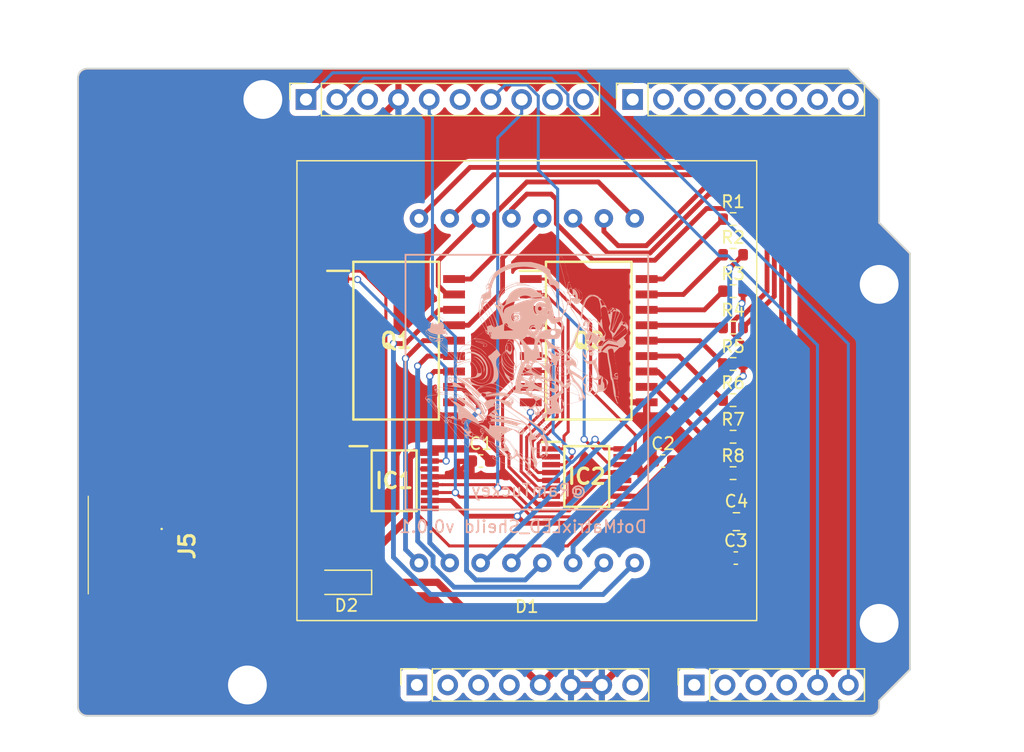
<source format=kicad_pcb>
(kicad_pcb (version 20221018) (generator pcbnew)
  (title_block (date "mar. 31 mars 2015"))
  (layers (0 "F.Cu" signal) (31 "B.Cu" signal) (34 "B.Paste" user) (35 "F.Paste" user) (36 "B.SilkS" user "B.Silkscreen") (37 "F.SilkS" user "F.Silkscreen") (38 "B.Mask" user) (39 "F.Mask" user) (44 "Edge.Cuts" user))
  (net 0 "")
  (net 1 "GND")
  (net 3 "+5V")
  (net 4 "/IOREF")
  (net 5 "/A0")
  (net 6 "/A1")
  (net 7 "/A2")
  (net 8 "/A3")
  (net 9 "/SDA{slash}A4")
  (net 10 "/SCL{slash}A5")
  (net 11 "/13")
  (net 12 "/12")
  (net 13 "/AREF")
  (net 14 "/8")
  (net 15 "/7")
  (net 16 "/*11")
  (net 17 "/*10")
  (net 18 "/*9")
  (net 19 "/4")
  (net 20 "/2")
  (net 21 "/*6")
  (net 22 "/*5")
  (net 23 "/TX{slash}1")
  (net 24 "/*3")
  (net 25 "/RX{slash}0")
  (net 26 "+3V3")
  (net 27 "VCC")
  (net 28 "/~{RESET}")
  (net 29 "Net-(IC1-Q1)")
  (net 30 "Net-(IC1-Q2)")
  (net 31 "Net-(IC1-Q3)")
  (net 32 "Net-(IC1-Q4)")
  (net 33 "Net-(IC1-Q5)")
  (net 34 "Net-(IC1-Q6)")
  (net 35 "Net-(IC1-Q7)")
  (net 37 "/Cascade")
  (net 38 "Net-(IC1-Q0)")
  (net 39 "Net-(IC2-Q1)")
  (net 40 "Net-(IC2-Q2)")
  (net 41 "Net-(IC2-Q3)")
  (net 42 "Net-(IC2-Q4)")
  (net 43 "Net-(IC2-Q5)")
  (net 44 "Net-(IC2-Q6)")
  (net 45 "Net-(IC2-Q7)")
  (net 46 "Net-(IC2-Q0)")
  (net 48 "Net-(D1-K8)")
  (net 49 "Net-(D1-K7)")
  (net 50 "Net-(D1-K6)")
  (net 51 "Net-(D1-K5)")
  (net 52 "Net-(D1-K4)")
  (net 53 "Net-(D1-K3)")
  (net 54 "Net-(D1-K2)")
  (net 55 "Net-(D1-K1)")
  (net 56 "Net-(Q2-O8)")
  (net 57 "Net-(Q2-O7)")
  (net 58 "Net-(Q2-O6)")
  (net 59 "Net-(Q2-O5)")
  (net 60 "Net-(Q2-O4)")
  (net 61 "Net-(Q2-O3)")
  (net 62 "Net-(Q2-O2)")
  (net 63 "Net-(Q2-O1)")
  (net 64 "Net-(D1-A2)")
  (net 65 "Net-(D1-A3)")
  (net 66 "Net-(D1-A5)")
  (net 67 "Net-(D1-A4)")
  (net 68 "Net-(D1-A6)")
  (net 69 "Net-(D1-A1)")
  (net 70 "Net-(D1-A7)")
  (net 71 "Net-(D1-A8)")
  (net 72 "Net-(D2-A)")
  (footprint "Connector_PinSocket_2.54mm:PinSocket_1x08_P2.54mm_Vertical" (layer "F.Cu") (at 127.94 97.46 90)
    (fp_text reference "J1" hide)
    (fp_text value "Power")
  )
  (footprint "Connector_PinSocket_2.54mm:PinSocket_1x06_P2.54mm_Vertical" (layer "F.Cu") (at 150.8 97.46 90)
    (fp_text reference "J3" hide)
    (fp_text value "Analog")
  )
  (footprint "Connector_PinSocket_2.54mm:PinSocket_1x10_P2.54mm_Vertical" (layer "F.Cu") (at 118.796 49.2 90)
    (fp_text reference "J2" hide)
    (fp_text value "Digital/PWM")
  )
  (footprint "Connector_PinSocket_2.54mm:PinSocket_1x08_P2.54mm_Vertical" (layer "F.Cu") (at 145.72 49.2 90)
    (fp_text reference "J4" hide)
    (fp_text value "Digital/PWM")
  )
  (footprint "Resistor_SMD:R_0603_1608Metric" (layer "F.Cu") (at 154 71)
    (fp_text reference "R5")
    (fp_text value "330")
  )
  (footprint "SamacSys_Parts:SOP65P640X108-16N" (layer "F.Cu") (at 141.938 80.275)
    (fp_text reference "IC2")
    (fp_text value "74HC595T16-13" hide)
  )
  (footprint "Resistor_SMD:R_0603_1608Metric" (layer "F.Cu") (at 154 80)
    (fp_text reference "R8")
    (fp_text value "330")
  )
  (footprint "Resistor_SMD:R_0603_1608Metric" (layer "F.Cu") (at 154 77)
    (fp_text reference "R7")
    (fp_text value "330")
  )
  (footprint "Capacitor_SMD:C_0603_1608Metric" (layer "F.Cu") (at 148.225 79)
    (fp_text reference "C2")
    (fp_text value "0.1u")
  )
  (footprint "myparts:OSL641501-AX" (layer "F.Cu") (at 137 73.2)
    (fp_text reference "D1")
    (fp_text value "OSL6451501-AX")
  )
  (footprint "Arduino_MountingHole:MountingHole_3.2mm" (layer "F.Cu") (at 115.24 49.2)
    (fp_text reference "MH1" hide)
    (fp_text value "MountingHole_3.2mm" hide)
  )
  (footprint "SamacSys_Parts:SOIC127P1030X245-18N" (layer "F.Cu") (at 142.101 69.08)
    (fp_text reference "Q2")
    (fp_text value "TBD62783AFG,EL" hide)
  )
  (footprint "Capacitor_SMD:C_0603_1608Metric" (layer "F.Cu") (at 133.225 79)
    (fp_text reference "C1")
    (fp_text value "0.1u")
  )
  (footprint "Capacitor_SMD:C_0805_2012Metric" (layer "F.Cu") (at 154.275 84)
    (fp_text reference "C4")
    (fp_text value "10u")
  )
  (footprint "Resistor_SMD:R_0603_1608Metric" (layer "F.Cu") (at 154 73.98)
    (fp_text reference "R6")
    (fp_text value "330")
  )
  (footprint "Diode_SMD:D_SOD-123F" (layer "F.Cu") (at 122 89 180)
    (fp_text reference "D2")
    (fp_text value "SS2040FL")
  )
  (footprint "SamacSys_Parts:SOIC127P1030X245-18N" (layer "F.Cu") (at 126.225 69.08)
    (fp_text reference "Q1")
    (fp_text value "TBD62083AFG,EL" hide)
  )
  (footprint "SamacSys_Parts:SOP65P640X108-16N" (layer "F.Cu") (at 126.062 80.625)
    (fp_text reference "IC1")
    (fp_text value "74HC595T16-13" hide)
  )
  (footprint "Resistor_SMD:R_0603_1608Metric" (layer "F.Cu") (at 154 59.06)
    (fp_text reference "R1")
    (fp_text value "330")
  )
  (footprint "Resistor_SMD:R_0603_1608Metric" (layer "F.Cu") (at 154 65)
    (fp_text reference "R3")
    (fp_text value "330")
  )
  (footprint "Capacitor_SMD:C_0603_1608Metric" (layer "F.Cu") (at 154.225 87)
    (fp_text reference "C3")
    (fp_text value "0.1u")
  )
  (footprint "Arduino_MountingHole:MountingHole_3.2mm" (layer "F.Cu") (at 113.97 97.46)
    (fp_text reference "MH2" hide)
    (fp_text value "MountingHole_3.2mm" hide)
  )
  (footprint "Resistor_SMD:R_0603_1608Metric" (layer "F.Cu") (at 154 68)
    (fp_text reference "R4")
    (fp_text value "330")
  )
  (footprint "Arduino_MountingHole:MountingHole_3.2mm" (layer "F.Cu") (at 166.04 64.44)
    (fp_text reference "MH3" hide)
    (fp_text value "MountingHole_3.2mm" hide)
  )
  (footprint "Resistor_SMD:R_0603_1608Metric" (layer "F.Cu") (at 154 62)
    (fp_text reference "R2")
    (fp_text value "330")
  )
  (footprint "Arduino_MountingHole:MountingHole_3.2mm" (layer "F.Cu") (at 166.04 92.38)
    (fp_text reference "MH4" hide)
    (fp_text value "MountingHole_3.2mm" hide)
  )
  (footprint "SamacSys_Parts:ZX62B5PA33" (layer "F.Cu") (at 103.35 85.9 -90)
    (fp_text reference "J5")
    (fp_text value "ZX62-B-5PA_33_" hide)
  )
  (footprint "logo:logo_20mm" (layer "B.Cu") (at 137 71 180)
    (fp_text reference "G***" hide)
    (fp_text value "LOGO" hide)
  )
  (gr_rect (start 127 62) (end 147 83) (stroke (width 0.15)) (fill none) (layer "B.SilkS"))
  (gr_line (start 166.04 59.36) (end 168.58 61.9) (stroke (width 0.15)) (layer "Edge.Cuts"))
  (gr_line (start 100 99.238) (end 100 47.422) (stroke (width 0.15)) (layer "Edge.Cuts"))
  (gr_line (start 168.58 61.9) (end 168.58 96.19) (stroke (width 0.15)) (layer "Edge.Cuts"))
  (gr_line (start 165.278 100) (end 100.762 100) (stroke (width 0.15)) (layer "Edge.Cuts"))
  (gr_line (start 100.762 46.66) (end 163.5 46.66) (stroke (width 0.15)) (layer "Edge.Cuts"))
  (gr_arc (start 100.762 100) (mid 100.223185 99.776815) (end 100 99.238) (stroke (width 0.15)) (layer "Edge.Cuts"))
  (gr_line (start 168.58 96.19) (end 166.04 98.73) (stroke (width 0.15)) (layer "Edge.Cuts"))
  (gr_line (start 163.5 46.66) (end 166.04 49.2) (stroke (width 0.15)) (layer "Edge.Cuts"))
  (gr_arc (start 166.04 99.238) (mid 165.816815 99.776815) (end 165.278 100) (stroke (width 0.15)) (layer "Edge.Cuts"))
  (gr_line (start 166.04 49.2) (end 166.04 59.36) (stroke (width 0.15)) (layer "Edge.Cuts"))
  (gr_line (start 166.04 98.73) (end 166.04 99.238) (stroke (width 0.15)) (layer "Edge.Cuts"))
  (gr_arc (start 100 47.422) (mid 100.223185 46.883185) (end 100.762 46.66) (stroke (width 0.15)) (layer "Edge.Cuts"))
  (gr_text "@RamTuckey" (at 142 82) (layer "B.SilkS") (effects (font (size 1 1)) (justify left bottom mirror)))
  (gr_text "DotMatrixLED_Sheild v0.0.1" (at 147 85) (layer "B.SilkS") (effects (font (size 1 1)) (justify left bottom mirror)))
  (segment (start 118 85) (end 116 83) (width 0.4) (layer "F.Cu") (net 1))
  (segment (start 123.124 82.9) (end 124.2615 82.9) (width 0.4) (layer "F.Cu") (net 1))
  (segment (start 131 80.3) (end 135.594738 80.3) (width 0.4) (layer "F.Cu") (net 1))
  (segment (start 137.844738 82.55) (end 139 82.55) (width 0.4) (layer "F.Cu") (net 1))
  (segment (start 146.876 75) (end 146.876 78.426) (width 0.6) (layer "F.Cu") (net 1))
  (segment (start 152.475305 80.975) (end 146.876 75.375695) (width 0.6) (layer "F.Cu") (net 1))
  (segment (start 153.45 87.19) (end 153.45 87) (width 0.6) (layer "F.Cu") (net 1))
  (segment (start 144.876 79.95) (end 142.7125 79.95) (width 0.4) (layer "F.Cu") (net 1))
  (segment (start 140.1125 82.55) (end 139 82.55) (width 0.4) (layer "F.Cu") (net 1))
  (segment (start 146.5 79.95) (end 144.876 79.95) (width 0.4) (layer "F.Cu") (net 1))
  (segment (start 116.1 82.9) (end 123.124 82.9) (width 0.4) (layer "F.Cu") (net 1))
  (segment (start 146.876 75) (end 146.876 74.16) (width 0.6) (layer "F.Cu") (net 1))
  (segment (start 147.45 79) (end 146.5 79.95) (width 0.4) (layer "F.Cu") (net 1))
  (segment (start 156.18 88.82) (end 157 88) (width 0.6) (layer "F.Cu") (net 1))
  (segment (start 132.358883 76) (end 135 78.641117) (width 0.4) (layer "F.Cu") (net 1))
  (segment (start 132.45 79) (end 132.3 79) (width 0.4) (layer "F.Cu") (net 1))
  (segment (start 135 79.705262) (end 135.594738 80.3) (width 0.4) (layer "F.Cu") (net 1))
  (segment (start 154.975 80.975) (end 152.475305 80.975) (width 0.6) (layer "F.Cu") (net 1))
  (segment (start 157 88) (end 157 83) (width 0.6) (layer "F.Cu") (net 1))
  (segment (start 105.675 87.2) (end 106.4 87.2) (width 0.4) (layer "F.Cu") (net 1))
  (segment (start 120 85) (end 118 85) (width 0.4) (layer "F.Cu") (net 1))
  (segment (start 122 87) (end 120 85) (width 0.4) (layer "F.Cu") (net 1))
  (segment (start 116 83) (end 116 79.61) (width 0.6) (layer "F.Cu") (net 1))
  (segment (start 153.45 84.125) (end 153.325 84) (width 0.6) (layer "F.Cu") (net 1))
  (segment (start 151.82 88.82) (end 156.18 88.82) (width 0.6) (layer "F.Cu") (net 1))
  (segment (start 106.4 87.2) (end 112.2 93) (width 0.4) (layer "F.Cu") (net 1))
  (segment (start 153.4496 87) (end 153.325 86.8754) (width 0.25) (layer "F.Cu") (net 1))
  (segment (start 143.18 97.46) (end 151.82 88.82) (width 0.6) (layer "F.Cu") (net 1))
  (segment (start 126 78) (end 128 76) (width 0.4) (layer "F.Cu") (net 1))
  (segment (start 146.876 78.426) (end 147.45 79) (width 0.6) (layer "F.Cu") (net 1))
  (segment (start 153.45 87) (end 153.4496 87) (width 0.25) (layer "F.Cu") (net 1))
  (segment (start 124.2615 82.9) (end 126 81.1615) (width 0.4) (layer "F.Cu") (net 1))
  (segment (start 126 81.1615) (end 126 78) (width 0.4) (layer "F.Cu") (net 1))
  (segment (start 143.18 97.46) (end 143.18 96.8723) (width 0.25) (layer "F.Cu") (net 1))
  (segment (start 116 79.61) (end 121.45 74.16) (width 0.6) (layer "F.Cu") (net 1))
  (segment (start 153.45 87) (end 153.45 84.125) (width 0.6) (layer "F.Cu") (net 1))
  (segment (start 129 80.3) (end 131 80.3) (width 0.4) (layer "F.Cu") (net 1))
  (segment (start 151.82 88.82) (end 153.45 87.19) (width 0.6) (layer "F.Cu") (net 1))
  (segment (start 126.416 49.2) (end 116 59.616) (width 0.6) (layer "F.Cu") (net 1))
  (segment (start 157 83) (end 154.975 80.975) (width 0.6) (layer "F.Cu") (net 1))
  (segment (start 116 59.616) (end 116 79.61) (width 0.6) (layer "F.Cu") (net 1))
  (segment (start 116 83) (end 116.1 82.9) (width 0.4) (layer "F.Cu") (net 1))
  (segment (start 112.2 93) (end 122 93) (width 0.4) (layer "F.Cu") (net 1))
  (segment (start 142.7125 79.95) (end 140.1125 82.55) (width 0.4) (layer "F.Cu") (net 1))
  (segment (start 135.594738 80.3) (end 137.844738 82.55) (width 0.4) (layer "F.Cu") (net 1))
  (segment (start 128 76) (end 132.358883 76) (width 0.4) (layer "F.Cu") (net 1))
  (segment (start 140.64 97.46) (end 143.18 97.46) (width 0.6) (layer "F.Cu") (net 1))
  (segment (start 132.3 79) (end 131 80.3) (width 0.4) (layer "F.Cu") (net 1))
  (segment (start 122 93) (end 122 87) (width 0.4) (layer "F.Cu") (net 1))
  (segment (start 146.876 75.375695) (end 146.876 75) (width 0.6) (layer "F.Cu") (net 1))
  (segment (start 135 78.641117) (end 135 79.705262) (width 0.4) (layer "F.Cu") (net 1))
  (segment (start 152 82) (end 154 82) (width 0.6) (layer "F.Cu") (net 3))
  (segment (start 155.225 83.225) (end 155.225 84) (width 0.6) (layer "F.Cu") (net 3))
  (segment (start 122.896783 88.496783) (end 122.896783 88) (width 0.6) (layer "F.Cu") (net 3))
  (segment (start 143.4073 78) (end 142.6213 77.214) (width 0.25) (layer "F.Cu") (net 3))
  (segment (start 127.3122 83.584583) (end 127.3122 78.7253) (width 0.6) (layer "F.Cu") (net 3))
  (segment (start 129.64 89) (end 123.4 89) (width 0.6) (layer "F.Cu") (net 3))
  (segment (start 129.275 78) (end 133 78) (width 0.6) (layer "F.Cu") (net 3))
  (segment (start 129 78.275) (end 129.275 78) (width 0.6) (layer "F.Cu") (net 3))
  (segment (start 127.3122 78.7253) (end 127.7625 78.275) (width 0.6) (layer "F.Cu") (net 3))
  (segment (start 141.493438 84.1273) (end 143.720738 81.9) (width 0.4) (layer "F.Cu") (net 3))
  (segment (start 123.4 89) (end 122.896783 88.496783) (width 0.6) (layer "F.Cu") (net 3))
  (segment (start 143.720738 81.9) (end 144.876 81.9) (width 0.4) (layer "F.Cu") (net 3))
  (segment (start 154 82) (end 155.225 83.225) (width 0.6) (layer "F.Cu") (net 3))
  (segment (start 132.06565 83.5477) (end 136.2108 83.5477) (width 0.4) (layer "F.Cu") (net 3))
  (segment (start 136.7904 84.1273) (end 141.493438 84.1273) (width 0.4) (layer "F.Cu") (net 3))
  (segment (start 137.326 74.9596) (end 137.326 74.16) (width 0.25) (layer "F.Cu") (net 3))
  (segment (start 127.7625 78.275) (end 129 78.275) (width 0.6) (layer "F.Cu") (net 3))
  (segment (start 138.1 97.46) (end 129.64 89) (width 0.6) (layer "F.Cu") (net 3))
  (segment (start 144.876 78) (end 143.8132 78) (width 0.25) (layer "F.Cu") (net 3))
  (segment (start 149 79) (end 152 82) (width 0.6) (layer "F.Cu") (net 3))
  (segment (start 149 79) (end 146.1 81.9) (width 0.4) (layer "F.Cu") (net 3))
  (segment (start 130.76795 82.25) (end 132.06565 83.5477) (width 0.4) (layer "F.Cu") (net 3))
  (segment (start 155.225 86.775) (end 155 87) (width 0.6) (layer "F.Cu") (net 3))
  (segment (start 136.2108 83.5477) (end 136.7904 84.1273) (width 0.4) (layer "F.Cu") (net 3))
  (segment (start 122.896783 88) (end 127.3122 83.584583) (width 0.6) (layer "F.Cu") (net 3))
  (segment (start 155.225 84) (end 155.225 86.775) (width 0.6) (layer "F.Cu") (net 3))
  (segment (start 143.8132 78) (end 143.4073 78) (width 0.25) (layer "F.Cu") (net 3))
  (segment (start 133 78) (end 134 79) (width 0.6) (layer "F.Cu") (net 3))
  (segment (start 129 82.25) (end 130.76795 82.25) (width 0.4) (layer "F.Cu") (net 3))
  (segment (start 146.1 81.9) (end 144.876 81.9) (width 0.4) (layer "F.Cu") (net 3))
  (segment (start 149 86.56) (end 149 79) (width 0.6) (layer "F.Cu") (net 3))
  (segment (start 138.1 97.46) (end 149 86.56) (width 0.6) (layer "F.Cu") (net 3))
  (segment (start 137.2979 74.9877) (end 137.326 74.9596) (width 0.25) (layer "F.Cu") (net 3))
  (via (at 136.2108 83.5477) (size 0.6) (drill 0.4) (layers "F.Cu" "B.Cu") (net 3))
  (via (at 142.6213 77.214) (size 0.6) (drill 0.4) (layers "F.Cu" "B.Cu") (net 3))
  (via (at 137.2979 74.9877) (size 0.6) (drill 0.4) (layers "F.Cu" "B.Cu") (net 3))
  (segment (start 140.7339 79.1014) (end 142.6213 77.214) (width 0.25) (layer "B.Cu") (net 3))
  (segment (start 140.6571 79.1014) (end 140.7339 79.1014) (width 0.25) (layer "B.Cu") (net 3))
  (segment (start 136.2108 83.5477) (end 140.6571 79.1014) (width 0.25) (layer "B.Cu") (net 3))
  (segment (start 140.6571 79.1014) (end 137.2979 75.7422) (width 0.25) (layer "B.Cu") (net 3))
  (segment (start 137.2979 75.7422) (end 137.2979 74.9877) (width 0.25) (layer "B.Cu") (net 3))
  (segment (start 140.386 49.6182) (end 152.8579 62.0901) (width 0.25) (layer "B.Cu") (net 9))
  (segment (start 123.55 47.45) (end 139.0374 47.45) (width 0.25) (layer "B.Cu") (net 9))
  (segment (start 121.8 49.2) (end 123.55 47.45) (width 0.25) (layer "B.Cu") (net 9))
  (segment (start 160.96 69.4526) (end 160.96 97.46) (width 0.25) (layer "B.Cu") (net 9))
  (segment (start 140.386 48.7986) (end 140.386 49.6182) (width 0.25) (layer "B.Cu") (net 9))
  (segment (start 152.8579 62.0901) (end 153.5975 62.0901) (width 0.25) (layer "B.Cu") (net 9))
  (segment (start 153.5975 62.0901) (end 160.96 69.4526) (width 0.25) (layer "B.Cu") (net 9))
  (segment (start 121.336 49.2) (end 121.8 49.2) (width 0.25) (layer "B.Cu") (net 9))
  (segment (start 139.0374 47.45) (end 140.386 48.7986) (width 0.25) (layer "B.Cu") (net 9))
  (segment (start 141.1553 47) (end 163.5 69.3447) (width 0.25) (layer "B.Cu") (net 10))
  (segment (start 118.796 49.2) (end 120.996 47) (width 0.25) (layer "B.Cu") (net 10))
  (segment (start 163.5 69.3447) (end 163.5 97.46) (width 0.25) (layer "B.Cu") (net 10))
  (segment (start 120.996 47) (end 141.1553 47) (width 0.25) (layer "B.Cu") (net 10))
  (segment (start 131.1079 81.6) (end 131.4794 81.9715) (width 0.25) (layer "F.Cu") (net 11))
  (segment (start 129 81.6) (end 130.0628 81.6) (width 0.25) (layer "F.Cu") (net 11))
  (segment (start 130.0628 81.6) (end 131.1079 81.6) (width 0.25) (layer "F.Cu") (net 11))
  (segment (start 135.7538 81.9715) (end 137.3846 83.6023) (width 0.25) (layer "F.Cu") (net 11))
  (segment (start 143.0909 81.25) (end 144.876 81.25) (width 0.25) (layer "F.Cu") (net 11))
  (segment (start 131.4794 81.9715) (end 135.7538 81.9715) (width 0.25) (layer "F.Cu") (net 11))
  (segment (start 137.3846 83.6023) (end 140.7386 83.6023) (width 0.25) (layer "F.Cu") (net 11))
  (segment (start 140.7386 83.6023) (end 143.0909 81.25) (width 0.25) (layer "F.Cu") (net 11))
  (via (at 131.1079 81.6) (size 0.6) (drill 0.4) (layers "F.Cu" "B.Cu") (net 11))
  (segment (start 131.1079 68.7677) (end 129.221 66.8808) (width 0.25) (layer "B.Cu") (net 11))
  (segment (start 129.221 50.6403) (end 128.956 50.3753) (width 0.25) (layer "B.Cu") (net 11))
  (segment (start 128.956 49.2) (end 128.956 50.3753) (width 0.25) (layer "B.Cu") (net 11))
  (segment (start 131.1079 81.6) (end 131.1079 68.7677) (width 0.25) (layer "B.Cu") (net 11))
  (segment (start 129.221 66.8808) (end 129.221 50.6403) (width 0.25) (layer "B.Cu") (net 11))
  (segment (start 144.876 79.3) (end 143.8132 79.3) (width 0.25) (layer "F.Cu") (net 16))
  (segment (start 141.7249 77.2117) (end 143.8132 79.3) (width 0.25) (layer "F.Cu") (net 16))
  (via (at 141.7249 77.2117) (size 0.6) (drill 0.4) (layers "F.Cu" "B.Cu") (net 16))
  (segment (start 134.036 49.2) (end 134.036 49.1753) (width 0.25) (layer "B.Cu") (net 16))
  (segment (start 137.037701 48) (end 137.9406 48.902899) (width 0.25) (layer "B.Cu") (net 16))
  (segment (start 135.2113 48) (end 137.037701 48) (width 0.25) (layer "B.Cu") (net 16))
  (segment (start 141.7249 68.4294) (end 141.7249 77.2117) (width 0.25) (layer "B.Cu") (net 16))
  (segment (start 137.9406 54.9902) (end 139.54 56.5896) (width 0.25) (layer "B.Cu") (net 16))
  (segment (start 137.9406 48.902899) (end 137.9406 54.9902) (width 0.25) (layer "B.Cu") (net 16))
  (segment (start 134.036 49.1753) (end 135.2113 48) (width 0.25) (layer "B.Cu") (net 16))
  (segment (start 139.54 56.5896) (end 139.54 66.2445) (width 0.25) (layer "B.Cu") (net 16))
  (segment (start 139.54 66.2445) (end 141.7249 68.4294) (width 0.25) (layer "B.Cu") (net 16))
  (segment (start 129 80.95) (end 130.0628 80.95) (width 0.25) (layer "F.Cu") (net 17))
  (segment (start 143.8132 80.6) (end 143.0191 80.6) (width 0.25) (layer "F.Cu") (net 17))
  (segment (start 143.0191 80.6) (end 140.5129 83.1062) (width 0.25) (layer "F.Cu") (net 17))
  (segment (start 140.5129 83.1062) (end 137.5254 83.1062) (width 0.25) (layer "F.Cu") (net 17))
  (segment (start 144.876 80.6) (end 143.8132 80.6) (width 0.25) (layer "F.Cu") (net 17))
  (segment (start 130.0628 80.95) (end 134.3252 80.95) (width 0.25) (layer "F.Cu") (net 17))
  (segment (start 137.5254 83.1062) (end 135.6415 81.2223) (width 0.25) (layer "F.Cu") (net 17))
  (segment (start 135.6415 81.2223) (end 134.5975 81.2223) (width 0.25) (layer "F.Cu") (net 17))
  (segment (start 134.3252 80.95) (end 134.5975 81.2223) (width 0.25) (layer "F.Cu") (net 17))
  (via (at 134.5975 81.2223) (size 0.6) (drill 0.4) (layers "F.Cu" "B.Cu") (net 17))
  (segment (start 134.5975 52.3538) (end 134.5975 81.2223) (width 0.25) (layer "B.Cu") (net 17))
  (segment (start 136.576 49.2) (end 136.576 50.3753) (width 0.25) (layer "B.Cu") (net 17))
  (segment (start 136.576 50.3753) (end 134.5975 52.3538) (width 0.25) (layer "B.Cu") (net 17))
  (segment (start 124.9268 67.5215) (end 122.6753 65.27) (width 0.25) (layer "F.Cu") (net 29))
  (segment (start 121.45 65.27) (end 122.6753 65.27) (width 0.25) (layer "F.Cu") (net 29))
  (segment (start 124.9268 77.61) (end 124.9268 67.5215) (width 0.25) (layer "F.Cu") (net 29))
  (segment (start 123.124 78.35) (end 124.1868 78.35) (width 0.25) (layer "F.Cu") (net 29))
  (segment (start 124.1868 78.35) (end 124.9268 77.61) (width 0.25) (layer "F.Cu") (net 29))
  (segment (start 121.45 66.54) (end 122.6753 66.54) (width 0.25) (layer "F.Cu") (net 30))
  (segment (start 123.124 79) (end 122.0612 79) (width 0.25) (layer "F.Cu") (net 30))
  (segment (start 122.0612 77.9359) (end 124.4765 75.5206) (width 0.25) (layer "F.Cu") (net 30))
  (segment (start 122.0612 79) (end 122.0612 77.9359) (width 0.25) (layer "F.Cu") (net 30))
  (segment (start 124.4765 68.3412) (end 122.6753 66.54) (width 0.25) (layer "F.Cu") (net 30))
  (segment (start 124.4765 75.5206) (end 124.4765 68.3412) (width 0.25) (layer "F.Cu") (net 30))
  (segment (start 124.0262 75.3339) (end 124.0262 69.1609) (width 0.25) (layer "F.Cu") (net 31))
  (segment (start 121.45 67.81) (end 122.6753 67.81) (width 0.25) (layer "F.Cu") (net 31))
  (segment (start 121.6109 79.1997) (end 121.6109 77.7492) (width 0.25) (layer "F.Cu") (net 31))
  (segment (start 124.0262 69.1609) (end 122.6753 67.81) (width 0.25) (layer "F.Cu") (net 31))
  (segment (start 122.0612 79.65) (end 121.6109 79.1997) (width 0.25) (layer "F.Cu") (net 31))
  (segment (start 121.6109 77.7492) (end 124.0262 75.3339) (width 0.25) (layer "F.Cu") (net 31))
  (segment (start 123.124 79.65) (end 122.0612 79.65) (width 0.25) (layer "F.Cu") (net 31))
  (segment (start 121.45 69.08) (end 122.6753 69.08) (width 0.25) (layer "F.Cu") (net 32))
  (segment (start 123.124 80.3) (end 122.0612 80.3) (width 0.25) (layer "F.Cu") (net 32))
  (segment (start 122.0612 80.3) (end 121.1606 79.3994) (width 0.25) (layer "F.Cu") (net 32))
  (segment (start 123.5759 69.9806) (end 122.6753 69.08) (width 0.25) (layer "F.Cu") (net 32))
  (segment (start 121.1606 79.3994) (end 121.1606 77.5625) (width 0.25) (layer "F.Cu") (net 32))
  (segment (start 121.1606 77.5625) (end 123.5759 75.1472) (width 0.25) (layer "F.Cu") (net 32))
  (segment (start 123.5759 75.1472) (end 123.5759 69.9806) (width 0.25) (layer "F.Cu") (net 32))
  (segment (start 121.9963 80.95) (end 120.7103 79.664) (width 0.25) (layer "F.Cu") (net 33))
  (segment (start 123.1256 70.8003) (end 122.6753 70.35) (width 0.25) (layer "F.Cu") (net 33))
  (segment (start 120.7103 79.664) (end 120.7103 77.3758) (width 0.25) (layer "F.Cu") (net 33))
  (segment (start 120.7103 77.3758) (end 123.1256 74.9605) (width 0.25) (layer "F.Cu") (net 33))
  (segment (start 123.1256 74.9605) (end 123.1256 70.8003) (width 0.25) (layer "F.Cu") (net 33))
  (segment (start 123.124 80.95) (end 121.9963 80.95) (width 0.25) (layer "F.Cu") (net 33))
  (segment (start 121.45 70.35) (end 122.6753 70.35) (width 0.25) (layer "F.Cu") (net 33))
  (segment (start 119 71) (end 119.62 71.62) (width 0.25) (layer "F.Cu") (net 34))
  (segment (start 119 64.7638) (end 119 71) (width 0.25) (layer "F.Cu") (net 34))
  (segment (start 120.4142 63.3496) (end 119 64.7638) (width 0.25) (layer "F.Cu") (net 34))
  (segment (start 123.307 63.3496) (end 120.4142 63.3496) (width 0.25) (layer "F.Cu") (net 34))
  (segment (start 124.1868 81.6) (end 125.3806 80.4062) (width 0.25) (layer "F.Cu") (net 34))
  (segment (start 125.3806 65.4232) (end 123.307 63.3496) (width 0.25) (layer "F.Cu") (net 34))
  (segment (start 119.62 71.62) (end 121.45 71.62) (width 0.25) (layer "F.Cu") (net 34))
  (segment (start 125.3806 80.4062) (end 125.3806 65.4232) (width 0.25) (layer "F.Cu") (net 34))
  (segment (start 123.124 81.6) (end 124.1868 81.6) (width 0.25) (layer "F.Cu") (net 34))
  (segment (start 122.6753 74.7738) (end 122.6753 72.89) (width 0.25) (layer "F.Cu") (net 35))
  (segment (start 123.124 82.25) (end 122.0612 82.25) (width 0.25) (layer "F.Cu") (net 35))
  (segment (start 121.45 72.89) (end 122.6753 72.89) (width 0.25) (layer "F.Cu") (net 35))
  (segment (start 122.0612 82.25) (end 120.26 80.4488) (width 0.25) (layer "F.Cu") (net 35))
  (segment (start 120.26 77.1891) (end 122.6753 74.7738) (width 0.25) (layer "F.Cu") (net 35))
  (segment (start 120.26 80.4488) (end 120.26 77.1891) (width 0.25) (layer "F.Cu") (net 35))
  (segment (start 129 79.65) (end 127.9372 79.65) (width 0.25) (layer "F.Cu") (net 37))
  (segment (start 143.8132 82.55) (end 144.876 82.55) (width 0.25) (layer "F.Cu") (net 37))
  (segment (start 140.3632 86) (end 143.8132 82.55) (width 0.25) (layer "F.Cu") (net 37))
  (segment (start 130.6115 86) (end 140.3632 86) (width 0.25) (layer "F.Cu") (net 37))
  (segment (start 127.9372 83.3257) (end 130.6115 86) (width 0.25) (layer "F.Cu") (net 37))
  (segment (start 127.9372 79.65) (end 127.9372 83.3257) (width 0.25) (layer "F.Cu") (net 37))
  (segment (start 122.7116 64.0363) (end 122.6753 64) (width 0.25) (layer "F.Cu") (net 38))
  (segment (start 121.45 64) (end 122.6753 64) (width 0.25) (layer "F.Cu") (net 38))
  (segment (start 129 79) (end 130.3463 79) (width 0.25) (layer "F.Cu") (net 38))
  (segment (start 123.0458 64.0363) (end 122.7116 64.0363) (width 0.25) (layer "F.Cu") (net 38))
  (via (at 123.0458 64.0363) (size 0.6) (drill 0.4) (layers "F.Cu" "B.Cu") (net 38))
  (via (at 130.3463 79) (size 0.6) (drill 0.4) (layers "F.Cu" "B.Cu") (net 38))
  (segment (start 130.3463 71.3368) (end 130.3463 79) (width 0.25) (layer "B.Cu") (net 38))
  (segment (start 123.0458 64.0363) (end 130.3463 71.3368) (width 0.25) (layer "B.Cu") (net 38))
  (segment (start 139 78) (end 140.0628 78) (width 0.25) (layer "F.Cu") (net 39))
  (segment (start 140.4055 67.1242) (end 138.5513 65.27) (width 0.25) (layer "F.Cu") (net 39))
  (segment (start 140.0628 76.9372) (end 140.4055 76.5945) (width 0.25) (layer "F.Cu") (net 39))
  (segment (start 140.0628 78) (end 140.0628 76.9372) (width 0.25) (layer "F.Cu") (net 39))
  (segment (start 140.4055 76.5945) (end 140.4055 67.1242) (width 0.25) (layer "F.Cu") (net 39))
  (segment (start 137.326 65.27) (end 138.5513 65.27) (width 0.25) (layer "F.Cu") (net 39))
  (segment (start 139.9551 67.9438) (end 138.5513 66.54) (width 0.25) (layer "F.Cu") (net 40))
  (segment (start 139.9551 75.5384) (end 139.9551 67.9438) (width 0.25) (layer "F.Cu") (net 40))
  (segment (start 139 78.65) (end 137.9372 78.65) (width 0.25) (layer "F.Cu") (net 40))
  (segment (start 137.9372 77.5563) (end 139.9551 75.5384) (width 0.25) (layer "F.Cu") (net 40))
  (segment (start 137.326 66.54) (end 138.5513 66.54) (width 0.25) (layer "F.Cu") (net 40))
  (segment (start 137.9372 78.65) (end 137.9372 77.5563) (width 0.25) (layer "F.Cu") (net 40))
  (segment (start 139 79.3) (end 140.0628 79.3) (width 0.25) (layer "F.Cu") (net 41))
  (segment (start 139.1691 68.4278) (end 138.5513 67.81) (width 0.25) (layer "F.Cu") (net 41))
  (segment (start 139.1692 68.4278) (end 139.1691 68.4278) (width 0.25) (layer "F.Cu") (net 41))
  (segment (start 137.326 67.81) (end 138.5513 67.81) (width 0.25) (layer "F.Cu") (net 41))
  (segment (start 140.0628 79.3) (end 140.7292 78.6336) (width 0.25) (layer "F.Cu") (net 41))
  (segment (start 140.7292 78.6336) (end 140.7292 78.2119) (width 0.25) (layer "F.Cu") (net 41))
  (via (at 139.1692 68.4278) (size 0.6) (drill 0.4) (layers "F.Cu" "B.Cu") (net 41))
  (via (at 140.7292 78.2119) (size 0.6) (drill 0.4) (layers "F.Cu" "B.Cu") (net 41))
  (segment (start 139.1692 68.4278) (end 139.1692 76.6519) (width 0.25) (layer "B.Cu") (net 41))
  (segment (start 139.1692 76.6519) (end 140.7292 78.2119) (width 0.25) (layer "B.Cu") (net 41))
  (segment (start 137.4564 77.4002) (end 139.5047 75.3519) (width 0.25) (layer "F.Cu") (net 42))
  (segment (start 137.326 69.08) (end 138.5513 69.08) (width 0.25) (layer "F.Cu") (net 42))
  (segment (start 137.4564 79.4692) (end 137.4564 77.4002) (width 0.25) (layer "F.Cu") (net 42))
  (segment (start 139 79.95) (end 137.9372 79.95) (width 0.25) (layer "F.Cu") (net 42))
  (segment (start 139.5047 75.3519) (end 139.5047 70.0334) (width 0.25) (layer "F.Cu") (net 42))
  (segment (start 137.9372 79.95) (end 137.4564 79.4692) (width 0.25) (layer "F.Cu") (net 42))
  (segment (start 139.5047 70.0334) (end 138.5513 69.08) (width 0.25) (layer "F.Cu") (net 42))
  (segment (start 136.9873 79.6501) (end 137.9372 80.6) (width 0.25) (layer "F.Cu") (net 43))
  (segment (start 139.0099 75.0108) (end 136.9873 77.0334) (width 0.25) (layer "F.Cu") (net 43))
  (segment (start 136.9873 77.0334) (end 136.9873 79.6501) (width 0.25) (layer "F.Cu") (net 43))
  (segment (start 137.326 70.35) (end 138.5513 70.35) (width 0.25) (layer "F.Cu") (net 43))
  (segment (start 139 80.6) (end 137.9372 80.6) (width 0.25) (layer "F.Cu") (net 43))
  (segment (start 138.5513 70.35) (end 139.0099 70.8086) (width 0.25) (layer "F.Cu") (net 43))
  (segment (start 139.0099 70.8086) (end 139.0099 75.0108) (width 0.25) (layer "F.Cu") (net 43))
  (segment (start 138.5513 74.6733) (end 136.53 76.6946) (width 0.25) (layer "F.Cu") (net 44))
  (segment (start 138.5513 71.62) (end 138.5513 74.6733) (width 0.25) (layer "F.Cu") (net 44))
  (segment (start 137.326 71.62) (end 138.5513 71.62) (width 0.25) (layer "F.Cu") (net 44))
  (segment (start 136.53 79.8428) (end 137.9372 81.25) (width 0.25) (layer "F.Cu") (net 44))
  (segment (start 136.53 76.6946) (end 136.53 79.8428) (width 0.25) (layer "F.Cu") (net 44))
  (segment (start 139 81.25) (end 137.9372 81.25) (width 0.25) (layer "F.Cu") (net 44))
  (segment (start 135.525 79.4878) (end 135.525 78.423655) (width 0.25) (layer "F.Cu") (net 45))
  (segment (start 139 81.9) (end 137.9372 81.9) (width 0.25) (layer "F.Cu") (net 45))
  (segment (start 135.525 78.423655) (end 135 77.898655) (width 0.25) (layer "F.Cu") (net 45))
  (segment (start 136.1007 72.89) (end 137.326 72.89) (width 0.25) (layer "F.Cu") (net 45))
  (segment (start 135 73.9907) (end 136.1007 72.89) (width 0.25) (layer "F.Cu") (net 45))
  (segment (start 137.9372 81.9) (end 135.525 79.4878) (width 0.25) (layer "F.Cu") (net 45))
  (segment (start 135 77.898655) (end 135 73.9907) (width 0.25) (layer "F.Cu") (net 45))
  (segment (start 142.2602 73.159) (end 142.2602 67.7089) (width 0.25) (layer "F.Cu") (net 46))
  (segment (start 144.876 78.65) (end 145.9388 78.65) (width 0.25) (layer "F.Cu") (net 46))
  (segment (start 137.326 64) (end 138.5513 64) (width 0.25) (layer "F.Cu") (net 46))
  (segment (start 145.9388 76.8376) (end 142.2602 73.159) (width 0.25) (layer "F.Cu") (net 46))
  (segment (start 145.9388 78.65) (end 145.9388 76.8376) (width 0.25) (layer "F.Cu") (net 46))
  (segment (start 142.2602 67.7089) (end 138.5513 64) (width 0.25) (layer "F.Cu") (net 46))
  (segment (start 133 74.315) (end 133 74.9031) (width 0.4) (layer "F.Cu") (net 48))
  (segment (start 131.575 72.89) (end 133 74.315) (width 0.4) (layer "F.Cu") (net 48))
  (segment (start 131 72.89) (end 131.575 72.89) (width 0.4) (layer "F.Cu") (net 48))
  (via (at 133 74.9031) (size 0.6) (drill 0.4) (layers "F.Cu" "B.Cu") (net 48))
  (segment (start 138.27 87.4) (end 136.87 88.8) (width 0.4) (layer "B.Cu") (net 48))
  (segment (start 132.8 88.8) (end 132.028 88.028) (width 0.4) (layer "B.Cu") (net 48))
  (segment (start 132.028 88.028) (end 132.028 75.8751) (width 0.4) (layer "B.Cu") (net 48))
  (segment (start 136.87 88.8) (end 132.8 88.8) (width 0.4) (layer "B.Cu") (net 48))
  (segment (start 132.028 75.8751) (end 133 74.9031) (width 0.4) (layer "B.Cu") (net 48))
  (segment (start 129.38 71.62) (end 131 71.62) (width 0.4) (layer "F.Cu") (net 49))
  (segment (start 129 72) (end 129.38 71.62) (width 0.4) (layer "F.Cu") (net 49))
  (via (at 129 72) (size 0.6) (drill 0.4) (layers "F.Cu" "B.Cu") (net 49))
  (segment (start 129 85.75) (end 129 72) (width 0.4) (layer "B.Cu") (net 49))
  (segment (start 130.65 87.4) (end 129 85.75) (width 0.4) (layer "B.Cu") (net 49))
  (segment (start 128.824 70.35) (end 131 70.35) (width 0.4) (layer "F.Cu") (net 50))
  (segment (start 128 71.174) (end 128.824 70.35) (width 0.4) (layer "F.Cu") (net 50))
  (via (at 128 71.174) (size 0.6) (drill 0.4) (layers "F.Cu" "B.Cu") (net 50))
  (segment (start 143.35 87.4) (end 141.35 89.4) (width 0.4) (layer "B.Cu") (net 50))
  (segment (start 129.272 86.870528) (end 128 85.598528) (width 0.4) (layer "B.Cu") (net 50))
  (segment (start 129.272 87.665317) (end 129.272 86.870528) (width 0.4) (layer "B.Cu") (net 50))
  (segment (start 141.35 89.4) (end 131.006683 89.4) (width 0.4) (layer "B.Cu") (net 50))
  (segment (start 128 85.598528) (end 128 71.174) (width 0.4) (layer "B.Cu") (net 50))
  (segment (start 131.006683 89.4) (end 129.272 87.665317) (width 0.4) (layer "B.Cu") (net 50))
  (segment (start 128.4697 69.08) (end 131 69.08) (width 0.4) (layer "F.Cu") (net 51))
  (segment (start 127 70.5497) (end 128.4697 69.08) (width 0.4) (layer "F.Cu") (net 51))
  (via (at 127 70.5497) (size 0.6) (drill 0.4) (layers "F.Cu" "B.Cu") (net 51))
  (segment (start 127 70.5497) (end 127 86.29) (width 0.4) (layer "B.Cu") (net 51))
  (segment (start 127 86.29) (end 128.11 87.4) (width 0.4) (layer "B.Cu") (net 51))
  (segment (start 138.27 59) (end 135 62.27) (width 0.4) (layer "F.Cu") (net 52))
  (segment (start 132.19 67.81) (end 131 67.81) (width 0.4) (layer "F.Cu") (net 52))
  (segment (start 135 65) (end 132.19 67.81) (width 0.4) (layer "F.Cu") (net 52))
  (segment (start 135 62.27) (end 135 65) (width 0.4) (layer "F.Cu") (net 52))
  (segment (start 126.0051 69.3168) (end 126.996 69.3168) (width 0.4) (layer "F.Cu") (net 53))
  (segment (start 129.7728 66.54) (end 131 66.54) (width 0.4) (layer "F.Cu") (net 53))
  (segment (start 126.996 69.3168) (end 129.7728 66.54) (width 0.4) (layer "F.Cu") (net 53))
  (via (at 126.0051 69.3168) (size 0.6) (drill 0.4) (layers "F.Cu" "B.Cu") (net 53))
  (segment (start 126.0051 69.3168) (end 126.0051 86.938417) (width 0.4) (layer "B.Cu") (net 53))
  (segment (start 143.29 90) (end 145.89 87.4) (width 0.4) (layer "B.Cu") (net 53))
  (segment (start 126.0051 86.938417) (end 129.066683 90) (width 0.4) (layer "B.Cu") (net 53))
  (segment (start 129.066683 90) (end 143.29 90) (width 0.4) (layer "B.Cu") (net 53))
  (segment (start 129.7 62.49) (end 133.19 59) (width 0.4) (layer "F.Cu") (net 54))
  (segment (start 129.7 64.545) (end 129.7 62.49) (width 0.4) (layer "F.Cu") (net 54))
  (segment (start 130.425 65.27) (end 129.7 64.545) (width 0.4) (layer "F.Cu") (net 54))
  (segment (start 131 65.27) (end 130.425 65.27) (width 0.4) (layer "F.Cu") (net 54))
  (segment (start 134.352 62.021317) (end 132.373317 64) (width 0.4) (layer "F.Cu") (net 55))
  (segment (start 134.352 58.648) (end 134.352 62.021317) (width 0.4) (layer "F.Cu") (net 55))
  (segment (start 132.373317 64) (end 131 64) (width 0.4) (layer "F.Cu") (net 55))
  (segment (start 142.89 56) (end 137 56) (width 0.4) (layer "F.Cu") (net 55))
  (segment (start 137 56) (end 134.352 58.648) (width 0.4) (layer "F.Cu") (net 55))
  (segment (start 145.89 59) (end 142.89 56) (width 0.4) (layer "F.Cu") (net 55))
  (segment (start 147.451 72.89) (end 153.175 78.614) (width 0.4) (layer "F.Cu") (net 56))
  (segment (start 153.175 78.614) (end 153.175 80) (width 0.4) (layer "F.Cu") (net 56))
  (segment (start 146.876 72.89) (end 147.451 72.89) (width 0.4) (layer "F.Cu") (net 56))
  (segment (start 147.795 71.62) (end 146.876 71.62) (width 0.4) (layer "F.Cu") (net 57))
  (segment (start 153.175 77) (end 147.795 71.62) (width 0.4) (layer "F.Cu") (net 57))
  (segment (start 146.876 70.35) (end 149.545 70.35) (width 0.4) (layer "F.Cu") (net 58))
  (segment (start 149.545 70.35) (end 153.175 73.98) (width 0.4) (layer "F.Cu") (net 58))
  (segment (start 146.876 69.08) (end 151.255 69.08) (width 0.4) (layer "F.Cu") (net 59))
  (segment (start 151.255 69.08) (end 153.175 71) (width 0.4) (layer "F.Cu") (net 59))
  (segment (start 153.175 68) (end 152.985 67.81) (width 0.4) (layer "F.Cu") (net 60))
  (segment (start 152.985 67.81) (end 146.876 67.81) (width 0.4) (layer "F.Cu") (net 60))
  (segment (start 151.635 66.54) (end 146.876 66.54) (width 0.4) (layer "F.Cu") (net 61))
  (segment (start 153.175 65) (end 151.635 66.54) (width 0.4) (layer "F.Cu") (net 61))
  (segment (start 149.905 65.27) (end 146.876 65.27) (width 0.4) (layer "F.Cu") (net 62))
  (segment (start 153.175 62) (end 149.905 65.27) (width 0.4) (layer "F.Cu") (net 62))
  (segment (start 153.175 59.06) (end 148.235 64) (width 0.4) (layer "F.Cu") (net 63))
  (segment (start 148.235 64) (end 146.876 64) (width 0.4) (layer "F.Cu") (net 63))
  (segment (start 154.825 62) (end 153.724 63.101) (width 0.4) (layer "F.Cu") (net 64))
  (via (at 153.724 63.101) (size 0.6) (drill 0.4) (layers "F.Cu" "B.Cu") (net 64))
  (segment (start 133.19 87.4) (end 133.42525 87.4) (width 0.4) (layer "B.Cu") (net 64))
  (segment (start 153.724 67.10125) (end 153.724 63.101) (width 0.4) (layer "B.Cu") (net 64))
  (segment (start 133.42525 87.4) (end 153.724 67.10125) (width 0.4) (layer "B.Cu") (net 64))
  (segment (start 154.825 65) (end 154.825 65.9066) (width 0.4) (layer "F.Cu") (net 65))
  (segment (start 154.825 65.9066) (end 154.7154 66.0162) (width 0.4) (layer "F.Cu") (net 65))
  (via (at 154.7154 66.0162) (size 0.6) (drill 0.4) (layers "F.Cu" "B.Cu") (net 65))
  (segment (start 154.7154 68.4146) (end 135.73 87.4) (width 0.4) (layer "B.Cu") (net 65))
  (segment (start 154.7154 66.0162) (end 154.7154 68.4146) (width 0.4) (layer "B.Cu") (net 65))
  (segment (start 154.825 71) (end 154.825 72) (width 0.4) (layer "F.Cu") (net 66))
  (via (at 154.825 72) (size 0.6) (drill 0.4) (layers "F.Cu" "B.Cu") (net 66))
  (segment (start 154.825 72) (end 140.81 86.015) (width 0.4) (layer "B.Cu") (net 66))
  (segment (start 140.81 86.015) (end 140.81 87.4) (width 0.4) (layer "B.Cu") (net 66))
  (segment (start 144.52237 61.25) (end 146.852183 61.25) (width 0.4) (layer "F.Cu") (net 67))
  (segment (start 143.35 59) (end 143.35 60.07763) (width 0.4) (layer "F.Cu") (net 67))
  (segment (start 157.4 65.425) (end 154.825 68) (width 0.4) (layer "F.Cu") (net 67))
  (segment (start 143.35 60.07763) (end 144.52237 61.25) (width 0.4) (layer "F.Cu") (net 67))
  (segment (start 146.852183 61.25) (end 152.102183 56) (width 0.4) (layer "F.Cu") (net 67))
  (segment (start 154.848528 56) (end 157.4 58.551472) (width 0.4) (layer "F.Cu") (net 67))
  (segment (start 157.4 58.551472) (end 157.4 65.425) (width 0.4) (layer "F.Cu") (net 67))
  (segment (start 152.102183 56) (end 154.848528 56) (width 0.4) (layer "F.Cu") (net 67))
  (segment (start 147.15 61.85) (end 143.66 61.85) (width 0.4) (layer "F.Cu") (net 68))
  (segment (start 154.376472 67.125) (end 154.71005 67.125) (width 0.4) (layer "F.Cu") (net 68))
  (segment (start 156.8 65.03505) (end 156.8 58.8) (width 0.4) (layer "F.Cu") (net 68))
  (segment (start 156.8 58.8) (end 155 57) (width 0.4) (layer "F.Cu") (net 68))
  (segment (start 154.025 67.476472) (end 154.376472 67.125) (width 0.4) (layer "F.Cu") (net 68))
  (segment (start 156 70.498528) (end 154.025 68.523528) (width 0.4) (layer "F.Cu") (net 68))
  (segment (start 154.71005 67.125) (end 156.8 65.03505) (width 0.4) (layer "F.Cu") (net 68))
  (segment (start 156 72.805) (end 156 70.498528) (width 0.4) (layer "F.Cu") (net 68))
  (segment (start 154.025 68.523528) (end 154.025 67.476472) (width 0.4) (layer "F.Cu") (net 68))
  (segment (start 154.825 73.98) (end 156 72.805) (width 0.4) (layer "F.Cu") (net 68))
  (segment (start 152 57) (end 147.15 61.85) (width 0.4) (layer "F.Cu") (net 68))
  (segment (start 155 57) (end 152 57) (width 0.4) (layer "F.Cu") (net 68))
  (segment (start 143.66 61.85) (end 140.81 59) (width 0.4) (layer "F.Cu") (net 68))
  (segment (start 142.45 62.45) (end 139.432 59.432) (width 0.4) (layer "F.Cu") (net 69))
  (segment (start 139 57) (end 137 57) (width 0.4) (layer "F.Cu") (net 69))
  (segment (start 139.432 59.432) (end 139.432 57.432) (width 0.4) (layer "F.Cu") (net 69))
  (segment (start 151.815 58.185) (end 147.55 62.45) (width 0.4) (layer "F.Cu") (net 69))
  (segment (start 135.73 58.27) (end 135.73 59) (width 0.4) (layer "F.Cu") (net 69))
  (segment (start 153.95 58.185) (end 151.815 58.185) (width 0.4) (layer "F.Cu") (net 69))
  (segment (start 137 57) (end 135.73 58.27) (width 0.4) (layer "F.Cu") (net 69))
  (segment (start 154.825 59.06) (end 153.95 58.185) (width 0.4) (layer "F.Cu") (net 69))
  (segment (start 139.432 57.432) (end 139 57) (width 0.4) (layer "F.Cu") (net 69))
  (segment (start 147.55 62.45) (end 142.45 62.45) (width 0.4) (layer "F.Cu") (net 69))
  (segment (start 158 58.302944) (end 158 73.825) (width 0.4) (layer "F.Cu") (net 70))
  (segment (start 134.25 55.4) (end 155.097056 55.4) (width 0.4) (layer "F.Cu") (net 70))
  (segment (start 155.097056 55.4) (end 158 58.302944) (width 0.4) (layer "F.Cu") (net 70))
  (segment (start 130.65 59) (end 134.25 55.4) (width 0.4) (layer "F.Cu") (net 70))
  (segment (start 158 73.825) (end 154.825 77) (width 0.4) (layer "F.Cu") (net 70))
  (segment (start 155.345584 54.8) (end 132.31 54.8) (width 0.4) (layer "F.Cu") (net 71))
  (segment (start 132.31 54.8) (end 128.11 59) (width 0.4) (layer "F.Cu") (net 71))
  (segment (start 154.825 80) (end 158.6 76.225) (width 0.4) (layer "F.Cu") (net 71))
  (segment (start 158.6 76.225) (end 158.6 58.054416) (width 0.4) (layer "F.Cu") (net 71))
  (segment (start 158.6 58.054416) (end 155.345584 54.8) (width 0.4) (layer "F.Cu") (net 71))
  (segment (start 116.15 84.55) (end 105.675 84.55) (width 0.6) (layer "F.Cu") (net 72))
  (segment (start 120.6 89) (end 116.15 84.55) (width 0.6) (layer "F.Cu") (net 72))
  (zone (net 1) (net_name "GND") (layers "F&B.Cu") (connect_pads (clearance 0.508)) (min_thickness 0.25) (fill yes (thermal_gap 0.5) (thermal_bridge_width 0.5))
    (polygon (pts (xy 94 41) (xy 94 103) (xy 178 103) (xy 178 41)))
  )
)
</source>
